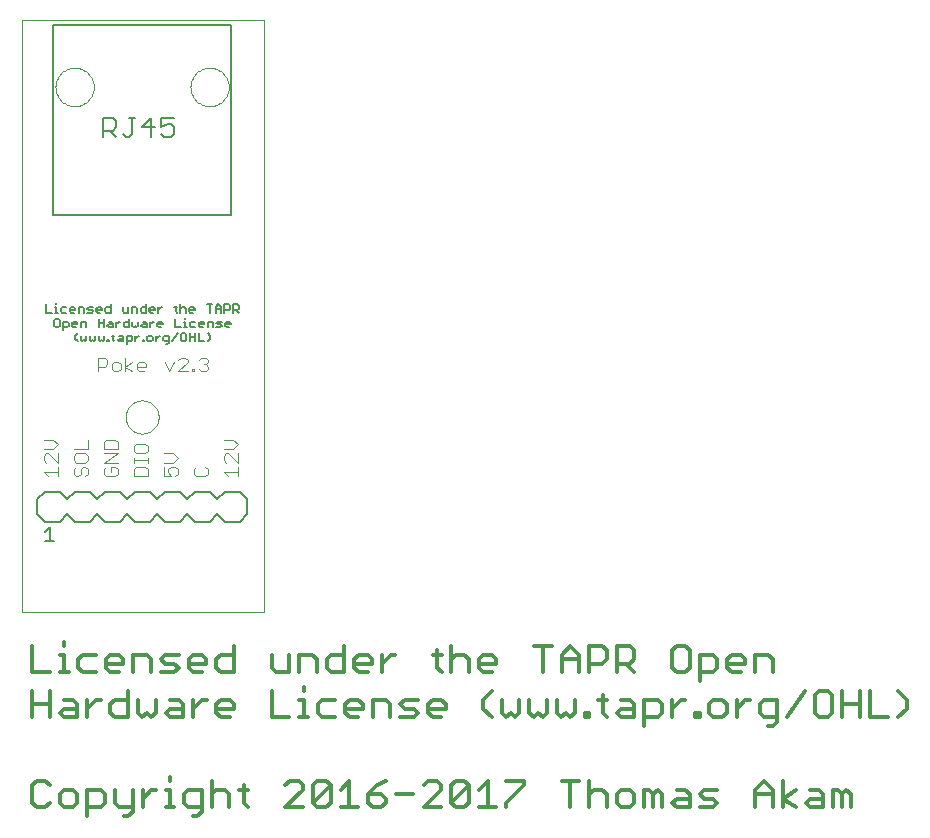
<source format=gto>
G75*
%MOIN*%
%OFA0B0*%
%FSLAX24Y24*%
%IPPOS*%
%LPD*%
%AMOC8*
5,1,8,0,0,1.08239X$1,22.5*
%
%ADD10C,0.0000*%
%ADD11C,0.0040*%
%ADD12C,0.0120*%
%ADD13C,0.0050*%
%ADD14C,0.0080*%
%ADD15C,0.0060*%
D10*
X000180Y007008D02*
X000180Y026744D01*
X008241Y026744D01*
X008241Y007008D01*
X000180Y007008D01*
X003629Y013508D02*
X003631Y013555D01*
X003637Y013601D01*
X003647Y013647D01*
X003660Y013692D01*
X003678Y013735D01*
X003699Y013777D01*
X003723Y013817D01*
X003751Y013854D01*
X003782Y013889D01*
X003816Y013922D01*
X003852Y013951D01*
X003891Y013977D01*
X003932Y014000D01*
X003975Y014019D01*
X004019Y014035D01*
X004064Y014047D01*
X004110Y014055D01*
X004157Y014059D01*
X004203Y014059D01*
X004250Y014055D01*
X004296Y014047D01*
X004341Y014035D01*
X004385Y014019D01*
X004428Y014000D01*
X004469Y013977D01*
X004508Y013951D01*
X004544Y013922D01*
X004578Y013889D01*
X004609Y013854D01*
X004637Y013817D01*
X004661Y013777D01*
X004682Y013735D01*
X004700Y013692D01*
X004713Y013647D01*
X004723Y013601D01*
X004729Y013555D01*
X004731Y013508D01*
X004729Y013461D01*
X004723Y013415D01*
X004713Y013369D01*
X004700Y013324D01*
X004682Y013281D01*
X004661Y013239D01*
X004637Y013199D01*
X004609Y013162D01*
X004578Y013127D01*
X004544Y013094D01*
X004508Y013065D01*
X004469Y013039D01*
X004428Y013016D01*
X004385Y012997D01*
X004341Y012981D01*
X004296Y012969D01*
X004250Y012961D01*
X004203Y012957D01*
X004157Y012957D01*
X004110Y012961D01*
X004064Y012969D01*
X004019Y012981D01*
X003975Y012997D01*
X003932Y013016D01*
X003891Y013039D01*
X003852Y013065D01*
X003816Y013094D01*
X003782Y013127D01*
X003751Y013162D01*
X003723Y013199D01*
X003699Y013239D01*
X003678Y013281D01*
X003660Y013324D01*
X003647Y013369D01*
X003637Y013415D01*
X003631Y013461D01*
X003629Y013508D01*
X001290Y024508D02*
X001292Y024558D01*
X001298Y024608D01*
X001308Y024657D01*
X001321Y024706D01*
X001339Y024753D01*
X001360Y024799D01*
X001384Y024842D01*
X001412Y024884D01*
X001443Y024924D01*
X001477Y024961D01*
X001514Y024995D01*
X001554Y025026D01*
X001596Y025054D01*
X001639Y025078D01*
X001685Y025099D01*
X001732Y025117D01*
X001781Y025130D01*
X001830Y025140D01*
X001880Y025146D01*
X001930Y025148D01*
X001980Y025146D01*
X002030Y025140D01*
X002079Y025130D01*
X002128Y025117D01*
X002175Y025099D01*
X002221Y025078D01*
X002264Y025054D01*
X002306Y025026D01*
X002346Y024995D01*
X002383Y024961D01*
X002417Y024924D01*
X002448Y024884D01*
X002476Y024842D01*
X002500Y024799D01*
X002521Y024753D01*
X002539Y024706D01*
X002552Y024657D01*
X002562Y024608D01*
X002568Y024558D01*
X002570Y024508D01*
X002568Y024458D01*
X002562Y024408D01*
X002552Y024359D01*
X002539Y024310D01*
X002521Y024263D01*
X002500Y024217D01*
X002476Y024174D01*
X002448Y024132D01*
X002417Y024092D01*
X002383Y024055D01*
X002346Y024021D01*
X002306Y023990D01*
X002264Y023962D01*
X002221Y023938D01*
X002175Y023917D01*
X002128Y023899D01*
X002079Y023886D01*
X002030Y023876D01*
X001980Y023870D01*
X001930Y023868D01*
X001880Y023870D01*
X001830Y023876D01*
X001781Y023886D01*
X001732Y023899D01*
X001685Y023917D01*
X001639Y023938D01*
X001596Y023962D01*
X001554Y023990D01*
X001514Y024021D01*
X001477Y024055D01*
X001443Y024092D01*
X001412Y024132D01*
X001384Y024174D01*
X001360Y024217D01*
X001339Y024263D01*
X001321Y024310D01*
X001308Y024359D01*
X001298Y024408D01*
X001292Y024458D01*
X001290Y024508D01*
X005790Y024508D02*
X005792Y024558D01*
X005798Y024608D01*
X005808Y024657D01*
X005821Y024706D01*
X005839Y024753D01*
X005860Y024799D01*
X005884Y024842D01*
X005912Y024884D01*
X005943Y024924D01*
X005977Y024961D01*
X006014Y024995D01*
X006054Y025026D01*
X006096Y025054D01*
X006139Y025078D01*
X006185Y025099D01*
X006232Y025117D01*
X006281Y025130D01*
X006330Y025140D01*
X006380Y025146D01*
X006430Y025148D01*
X006480Y025146D01*
X006530Y025140D01*
X006579Y025130D01*
X006628Y025117D01*
X006675Y025099D01*
X006721Y025078D01*
X006764Y025054D01*
X006806Y025026D01*
X006846Y024995D01*
X006883Y024961D01*
X006917Y024924D01*
X006948Y024884D01*
X006976Y024842D01*
X007000Y024799D01*
X007021Y024753D01*
X007039Y024706D01*
X007052Y024657D01*
X007062Y024608D01*
X007068Y024558D01*
X007070Y024508D01*
X007068Y024458D01*
X007062Y024408D01*
X007052Y024359D01*
X007039Y024310D01*
X007021Y024263D01*
X007000Y024217D01*
X006976Y024174D01*
X006948Y024132D01*
X006917Y024092D01*
X006883Y024055D01*
X006846Y024021D01*
X006806Y023990D01*
X006764Y023962D01*
X006721Y023938D01*
X006675Y023917D01*
X006628Y023899D01*
X006579Y023886D01*
X006530Y023876D01*
X006480Y023870D01*
X006430Y023868D01*
X006380Y023870D01*
X006330Y023876D01*
X006281Y023886D01*
X006232Y023899D01*
X006185Y023917D01*
X006139Y023938D01*
X006096Y023962D01*
X006054Y023990D01*
X006014Y024021D01*
X005977Y024055D01*
X005943Y024092D01*
X005912Y024132D01*
X005884Y024174D01*
X005860Y024217D01*
X005839Y024263D01*
X005821Y024310D01*
X005808Y024359D01*
X005798Y024408D01*
X005792Y024458D01*
X005790Y024508D01*
D11*
X005616Y015489D02*
X005462Y015489D01*
X005386Y015412D01*
X005232Y015335D02*
X005079Y015028D01*
X004925Y015335D01*
X005386Y015028D02*
X005693Y015335D01*
X005693Y015412D01*
X005616Y015489D01*
X005846Y015105D02*
X005923Y015105D01*
X005923Y015028D01*
X005846Y015028D01*
X005846Y015105D01*
X005693Y015028D02*
X005386Y015028D01*
X006076Y015105D02*
X006153Y015028D01*
X006306Y015028D01*
X006383Y015105D01*
X006383Y015182D01*
X006306Y015258D01*
X006230Y015258D01*
X006306Y015258D02*
X006383Y015335D01*
X006383Y015412D01*
X006306Y015489D01*
X006153Y015489D01*
X006076Y015412D01*
X004311Y015258D02*
X004311Y015182D01*
X004004Y015182D01*
X004004Y015258D02*
X004081Y015335D01*
X004235Y015335D01*
X004311Y015258D01*
X004235Y015028D02*
X004081Y015028D01*
X004004Y015105D01*
X004004Y015258D01*
X003851Y015335D02*
X003621Y015182D01*
X003851Y015028D01*
X003621Y015028D02*
X003621Y015489D01*
X003391Y015335D02*
X003237Y015335D01*
X003160Y015258D01*
X003160Y015105D01*
X003237Y015028D01*
X003391Y015028D01*
X003467Y015105D01*
X003467Y015258D01*
X003391Y015335D01*
X003007Y015258D02*
X002930Y015182D01*
X002700Y015182D01*
X002700Y015028D02*
X002700Y015489D01*
X002930Y015489D01*
X003007Y015412D01*
X003007Y015258D01*
X002976Y012756D02*
X002900Y012679D01*
X002900Y012449D01*
X003360Y012449D01*
X003360Y012679D01*
X003283Y012756D01*
X002976Y012756D01*
X002900Y012295D02*
X003360Y012295D01*
X002900Y011989D01*
X003360Y011989D01*
X003283Y011835D02*
X003360Y011758D01*
X003360Y011605D01*
X003283Y011528D01*
X002976Y011528D01*
X002900Y011605D01*
X002900Y011758D01*
X002976Y011835D01*
X003130Y011835D02*
X003130Y011682D01*
X003130Y011835D02*
X003283Y011835D01*
X003900Y011758D02*
X003900Y011528D01*
X004360Y011528D01*
X004360Y011758D01*
X004283Y011835D01*
X003976Y011835D01*
X003900Y011758D01*
X003900Y011989D02*
X003900Y012142D01*
X003900Y012065D02*
X004360Y012065D01*
X004360Y011989D02*
X004360Y012142D01*
X004283Y012295D02*
X004360Y012372D01*
X004360Y012526D01*
X004283Y012602D01*
X003976Y012602D01*
X003900Y012526D01*
X003900Y012372D01*
X003976Y012295D01*
X004283Y012295D01*
X004900Y012295D02*
X005207Y012295D01*
X005360Y012142D01*
X005207Y011989D01*
X004900Y011989D01*
X004900Y011835D02*
X004900Y011528D01*
X005130Y011528D01*
X005053Y011682D01*
X005053Y011758D01*
X005130Y011835D01*
X005283Y011835D01*
X005360Y011758D01*
X005360Y011605D01*
X005283Y011528D01*
X005900Y011605D02*
X005976Y011528D01*
X006283Y011528D01*
X006360Y011605D01*
X006360Y011758D01*
X006283Y011835D01*
X005976Y011835D02*
X005900Y011758D01*
X005900Y011605D01*
X006900Y011682D02*
X007360Y011682D01*
X007360Y011835D02*
X007360Y011528D01*
X007053Y011528D02*
X006900Y011682D01*
X006976Y011989D02*
X006900Y012065D01*
X006900Y012219D01*
X006976Y012295D01*
X007053Y012295D01*
X007360Y011989D01*
X007360Y012295D01*
X007207Y012449D02*
X007360Y012602D01*
X007207Y012756D01*
X006900Y012756D01*
X006900Y012449D02*
X007207Y012449D01*
X002360Y012449D02*
X002360Y012756D01*
X002360Y012449D02*
X001900Y012449D01*
X001976Y012295D02*
X001900Y012219D01*
X001900Y012065D01*
X001976Y011989D01*
X002283Y011989D01*
X002360Y012065D01*
X002360Y012219D01*
X002283Y012295D01*
X001976Y012295D01*
X001976Y011835D02*
X001900Y011758D01*
X001900Y011605D01*
X001976Y011528D01*
X002053Y011528D01*
X002130Y011605D01*
X002130Y011758D01*
X002207Y011835D01*
X002283Y011835D01*
X002360Y011758D01*
X002360Y011605D01*
X002283Y011528D01*
X001360Y011528D02*
X001360Y011835D01*
X001360Y011682D02*
X000900Y011682D01*
X001053Y011528D01*
X000976Y011989D02*
X000900Y012065D01*
X000900Y012219D01*
X000976Y012295D01*
X001053Y012295D01*
X001360Y011989D01*
X001360Y012295D01*
X001207Y012449D02*
X001360Y012602D01*
X001207Y012756D01*
X000900Y012756D01*
X000900Y012449D02*
X001207Y012449D01*
D12*
X000513Y000640D02*
X000660Y000493D01*
X000954Y000493D01*
X001100Y000640D01*
X001434Y000640D02*
X001434Y000934D01*
X001581Y001081D01*
X001874Y001081D01*
X002021Y000934D01*
X002021Y000640D01*
X001874Y000493D01*
X001581Y000493D01*
X001434Y000640D01*
X001100Y001227D02*
X000954Y001374D01*
X000660Y001374D01*
X000513Y001227D01*
X000513Y000640D01*
X002355Y000493D02*
X002795Y000493D01*
X002942Y000640D01*
X002942Y000934D01*
X002795Y001081D01*
X002355Y001081D01*
X002355Y000200D01*
X003276Y000640D02*
X003422Y000493D01*
X003863Y000493D01*
X003863Y000347D02*
X003716Y000200D01*
X003569Y000200D01*
X003863Y000347D02*
X003863Y001081D01*
X004196Y001081D02*
X004196Y000493D01*
X004196Y000787D02*
X004490Y001081D01*
X004637Y001081D01*
X004964Y001081D02*
X005110Y001081D01*
X005110Y000493D01*
X004964Y000493D02*
X005257Y000493D01*
X005578Y000640D02*
X005724Y000493D01*
X006165Y000493D01*
X006165Y000347D02*
X006165Y001081D01*
X005724Y001081D01*
X005578Y000934D01*
X005578Y000640D01*
X005871Y000200D02*
X006018Y000200D01*
X006165Y000347D01*
X006498Y000493D02*
X006498Y001374D01*
X006645Y001081D02*
X006939Y001081D01*
X007086Y000934D01*
X007086Y000493D01*
X007566Y000640D02*
X007713Y000493D01*
X007566Y000640D02*
X007566Y001227D01*
X007419Y001081D02*
X007713Y001081D01*
X006645Y001081D02*
X006498Y000934D01*
X005110Y001374D02*
X005110Y001521D01*
X003276Y001081D02*
X003276Y000640D01*
X003269Y003493D02*
X003122Y003640D01*
X003122Y003934D01*
X003269Y004081D01*
X003709Y004081D01*
X003709Y004374D02*
X003709Y003493D01*
X003269Y003493D01*
X002795Y004081D02*
X002648Y004081D01*
X002355Y003787D01*
X002355Y003493D02*
X002355Y004081D01*
X002021Y003934D02*
X002021Y003493D01*
X001581Y003493D01*
X001434Y003640D01*
X001581Y003787D01*
X002021Y003787D01*
X002021Y003934D02*
X001874Y004081D01*
X001581Y004081D01*
X001100Y003934D02*
X000513Y003934D01*
X000513Y004374D02*
X000513Y003493D01*
X001100Y003493D02*
X001100Y004374D01*
X001100Y004993D02*
X000513Y004993D01*
X000513Y005874D01*
X001434Y005581D02*
X001581Y005581D01*
X001581Y004993D01*
X001434Y004993D02*
X001728Y004993D01*
X002048Y005140D02*
X002195Y004993D01*
X002635Y004993D01*
X002969Y005140D02*
X002969Y005434D01*
X003115Y005581D01*
X003409Y005581D01*
X003556Y005434D01*
X003556Y005287D01*
X002969Y005287D01*
X002969Y005140D02*
X003115Y004993D01*
X003409Y004993D01*
X003889Y004993D02*
X003889Y005581D01*
X004330Y005581D01*
X004477Y005434D01*
X004477Y004993D01*
X004810Y004993D02*
X005251Y004993D01*
X005397Y005140D01*
X005251Y005287D01*
X004957Y005287D01*
X004810Y005434D01*
X004957Y005581D01*
X005397Y005581D01*
X005731Y005434D02*
X005731Y005140D01*
X005878Y004993D01*
X006171Y004993D01*
X006318Y005287D02*
X005731Y005287D01*
X005731Y005434D02*
X005878Y005581D01*
X006171Y005581D01*
X006318Y005434D01*
X006318Y005287D01*
X006652Y005434D02*
X006799Y005581D01*
X007239Y005581D01*
X007239Y005874D02*
X007239Y004993D01*
X006799Y004993D01*
X006652Y005140D01*
X006652Y005434D01*
X006799Y004081D02*
X007092Y004081D01*
X007239Y003934D01*
X007239Y003787D01*
X006652Y003787D01*
X006652Y003934D02*
X006799Y004081D01*
X006652Y003934D02*
X006652Y003640D01*
X006799Y003493D01*
X007092Y003493D01*
X006325Y004081D02*
X006178Y004081D01*
X005884Y003787D01*
X005884Y003493D02*
X005884Y004081D01*
X005551Y003934D02*
X005551Y003493D01*
X005110Y003493D01*
X004964Y003640D01*
X005110Y003787D01*
X005551Y003787D01*
X005551Y003934D02*
X005404Y004081D01*
X005110Y004081D01*
X004630Y004081D02*
X004630Y003640D01*
X004483Y003493D01*
X004336Y003640D01*
X004190Y003493D01*
X004043Y003640D01*
X004043Y004081D01*
X002635Y005581D02*
X002195Y005581D01*
X002048Y005434D01*
X002048Y005140D01*
X001581Y005874D02*
X001581Y006021D01*
X008493Y005581D02*
X008493Y005140D01*
X008640Y004993D01*
X009081Y004993D01*
X009081Y005581D01*
X009414Y005581D02*
X009414Y004993D01*
X010001Y004993D02*
X010001Y005434D01*
X009855Y005581D01*
X009414Y005581D01*
X010335Y005434D02*
X010335Y005140D01*
X010482Y004993D01*
X010922Y004993D01*
X010922Y005874D01*
X010922Y005581D02*
X010482Y005581D01*
X010335Y005434D01*
X011256Y005434D02*
X011256Y005140D01*
X011403Y004993D01*
X011696Y004993D01*
X011843Y005287D02*
X011256Y005287D01*
X011256Y005434D02*
X011403Y005581D01*
X011696Y005581D01*
X011843Y005434D01*
X011843Y005287D01*
X012177Y005287D02*
X012470Y005581D01*
X012617Y005581D01*
X012177Y005581D02*
X012177Y004993D01*
X012310Y004081D02*
X011870Y004081D01*
X011870Y003493D01*
X011536Y003787D02*
X010949Y003787D01*
X010949Y003934D02*
X011096Y004081D01*
X011389Y004081D01*
X011536Y003934D01*
X011536Y003787D01*
X011389Y003493D02*
X011096Y003493D01*
X010949Y003640D01*
X010949Y003934D01*
X010615Y004081D02*
X010175Y004081D01*
X010028Y003934D01*
X010028Y003640D01*
X010175Y003493D01*
X010615Y003493D01*
X009708Y003493D02*
X009414Y003493D01*
X009561Y003493D02*
X009561Y004081D01*
X009414Y004081D01*
X009561Y004374D02*
X009561Y004521D01*
X009081Y003493D02*
X008493Y003493D01*
X008493Y004374D01*
X009101Y001374D02*
X008954Y001227D01*
X009101Y001374D02*
X009394Y001374D01*
X009541Y001227D01*
X009541Y001081D01*
X008954Y000493D01*
X009541Y000493D01*
X009875Y000640D02*
X010462Y001227D01*
X010462Y000640D01*
X010315Y000493D01*
X010021Y000493D01*
X009875Y000640D01*
X009875Y001227D01*
X010021Y001374D01*
X010315Y001374D01*
X010462Y001227D01*
X010795Y001081D02*
X011089Y001374D01*
X011089Y000493D01*
X010795Y000493D02*
X011383Y000493D01*
X011716Y000640D02*
X011863Y000493D01*
X012157Y000493D01*
X012303Y000640D01*
X012303Y000787D01*
X012157Y000934D01*
X011716Y000934D01*
X011716Y000640D01*
X011716Y000934D02*
X012010Y001227D01*
X012303Y001374D01*
X012637Y000934D02*
X013224Y000934D01*
X013558Y001227D02*
X013704Y001374D01*
X013998Y001374D01*
X014145Y001227D01*
X014145Y001081D01*
X013558Y000493D01*
X014145Y000493D01*
X014478Y000640D02*
X015066Y001227D01*
X015066Y000640D01*
X014919Y000493D01*
X014625Y000493D01*
X014478Y000640D01*
X014478Y001227D01*
X014625Y001374D01*
X014919Y001374D01*
X015066Y001227D01*
X015399Y001081D02*
X015693Y001374D01*
X015693Y000493D01*
X015986Y000493D02*
X015399Y000493D01*
X016320Y000493D02*
X016320Y000640D01*
X016907Y001227D01*
X016907Y001374D01*
X016320Y001374D01*
X018162Y001374D02*
X018749Y001374D01*
X018455Y001374D02*
X018455Y000493D01*
X019082Y000493D02*
X019082Y001374D01*
X019229Y001081D02*
X019523Y001081D01*
X019670Y000934D01*
X019670Y000493D01*
X020003Y000640D02*
X020150Y000493D01*
X020444Y000493D01*
X020590Y000640D01*
X020590Y000934D01*
X020444Y001081D01*
X020150Y001081D01*
X020003Y000934D01*
X020003Y000640D01*
X019229Y001081D02*
X019082Y000934D01*
X020924Y001081D02*
X020924Y000493D01*
X021218Y000493D02*
X021218Y000934D01*
X021364Y001081D01*
X021511Y000934D01*
X021511Y000493D01*
X021845Y000640D02*
X021992Y000787D01*
X022432Y000787D01*
X022432Y000934D02*
X022432Y000493D01*
X021992Y000493D01*
X021845Y000640D01*
X021992Y001081D02*
X022285Y001081D01*
X022432Y000934D01*
X022766Y000934D02*
X022912Y000787D01*
X023206Y000787D01*
X023353Y000640D01*
X023206Y000493D01*
X022766Y000493D01*
X022766Y000934D02*
X022912Y001081D01*
X023353Y001081D01*
X024607Y001081D02*
X024607Y000493D01*
X024607Y000934D02*
X025194Y000934D01*
X025194Y001081D02*
X025194Y000493D01*
X025528Y000493D02*
X025528Y001374D01*
X025194Y001081D02*
X024901Y001374D01*
X024607Y001081D01*
X025528Y000787D02*
X025968Y001081D01*
X026442Y001081D02*
X026736Y001081D01*
X026882Y000934D01*
X026882Y000493D01*
X026442Y000493D01*
X026295Y000640D01*
X026442Y000787D01*
X026882Y000787D01*
X027216Y000493D02*
X027216Y001081D01*
X027363Y001081D01*
X027510Y000934D01*
X027656Y001081D01*
X027803Y000934D01*
X027803Y000493D01*
X027510Y000493D02*
X027510Y000934D01*
X025968Y000493D02*
X025528Y000787D01*
X025201Y003200D02*
X025054Y003200D01*
X025201Y003200D02*
X025348Y003347D01*
X025348Y004081D01*
X024907Y004081D01*
X024761Y003934D01*
X024761Y003640D01*
X024907Y003493D01*
X025348Y003493D01*
X025681Y003493D02*
X026269Y004374D01*
X026602Y004227D02*
X026602Y003640D01*
X026749Y003493D01*
X027043Y003493D01*
X027189Y003640D01*
X027189Y004227D01*
X027043Y004374D01*
X026749Y004374D01*
X026602Y004227D01*
X027523Y004374D02*
X027523Y003493D01*
X027523Y003934D02*
X028110Y003934D01*
X028110Y004374D02*
X028110Y003493D01*
X028444Y003493D02*
X029031Y003493D01*
X029365Y003493D02*
X029658Y003787D01*
X029658Y004081D01*
X029365Y004374D01*
X028444Y004374D02*
X028444Y003493D01*
X025194Y004993D02*
X025194Y005434D01*
X025048Y005581D01*
X024607Y005581D01*
X024607Y004993D01*
X024274Y005287D02*
X024274Y005434D01*
X024127Y005581D01*
X023833Y005581D01*
X023686Y005434D01*
X023686Y005140D01*
X023833Y004993D01*
X024127Y004993D01*
X024274Y005287D02*
X023686Y005287D01*
X023353Y005434D02*
X023353Y005140D01*
X023206Y004993D01*
X022766Y004993D01*
X022766Y004700D02*
X022766Y005581D01*
X023206Y005581D01*
X023353Y005434D01*
X022432Y005140D02*
X022432Y005727D01*
X022285Y005874D01*
X021992Y005874D01*
X021845Y005727D01*
X021845Y005140D01*
X021992Y004993D01*
X022285Y004993D01*
X022432Y005140D01*
X022285Y004081D02*
X022138Y004081D01*
X021845Y003787D01*
X021845Y003493D02*
X021845Y004081D01*
X021511Y003934D02*
X021511Y003640D01*
X021364Y003493D01*
X020924Y003493D01*
X020590Y003493D02*
X020590Y003934D01*
X020444Y004081D01*
X020150Y004081D01*
X020150Y003787D02*
X020590Y003787D01*
X020590Y003493D02*
X020150Y003493D01*
X020003Y003640D01*
X020150Y003787D01*
X019683Y004081D02*
X019389Y004081D01*
X019536Y004227D02*
X019536Y003640D01*
X019683Y003493D01*
X019076Y003493D02*
X018929Y003493D01*
X018929Y003640D01*
X019076Y003640D01*
X019076Y003493D01*
X018595Y003640D02*
X018595Y004081D01*
X018595Y003640D02*
X018449Y003493D01*
X018302Y003640D01*
X018155Y003493D01*
X018008Y003640D01*
X018008Y004081D01*
X017675Y004081D02*
X017675Y003640D01*
X017528Y003493D01*
X017381Y003640D01*
X017234Y003493D01*
X017087Y003640D01*
X017087Y004081D01*
X016754Y004081D02*
X016754Y003640D01*
X016607Y003493D01*
X016460Y003640D01*
X016313Y003493D01*
X016167Y003640D01*
X016167Y004081D01*
X015846Y004374D02*
X015553Y004081D01*
X015553Y003787D01*
X015846Y003493D01*
X015840Y004993D02*
X015546Y004993D01*
X015399Y005140D01*
X015399Y005434D01*
X015546Y005581D01*
X015840Y005581D01*
X015986Y005434D01*
X015986Y005287D01*
X015399Y005287D01*
X015066Y005434D02*
X015066Y004993D01*
X015066Y005434D02*
X014919Y005581D01*
X014625Y005581D01*
X014478Y005434D01*
X014158Y005581D02*
X013865Y005581D01*
X014011Y005727D02*
X014011Y005140D01*
X014158Y004993D01*
X014478Y004993D02*
X014478Y005874D01*
X014152Y004081D02*
X013858Y004081D01*
X013711Y003934D01*
X013711Y003640D01*
X013858Y003493D01*
X014152Y003493D01*
X014298Y003787D02*
X013711Y003787D01*
X013378Y003640D02*
X013231Y003787D01*
X012937Y003787D01*
X012790Y003934D01*
X012937Y004081D01*
X013378Y004081D01*
X013378Y003640D02*
X013231Y003493D01*
X012790Y003493D01*
X012457Y003493D02*
X012457Y003934D01*
X012310Y004081D01*
X014152Y004081D02*
X014298Y003934D01*
X014298Y003787D01*
X017241Y005874D02*
X017828Y005874D01*
X017534Y005874D02*
X017534Y004993D01*
X018162Y004993D02*
X018162Y005581D01*
X018455Y005874D01*
X018749Y005581D01*
X018749Y004993D01*
X019082Y004993D02*
X019082Y005874D01*
X019523Y005874D01*
X019670Y005727D01*
X019670Y005434D01*
X019523Y005287D01*
X019082Y005287D01*
X018749Y005434D02*
X018162Y005434D01*
X020003Y005287D02*
X020444Y005287D01*
X020590Y005434D01*
X020590Y005727D01*
X020444Y005874D01*
X020003Y005874D01*
X020003Y004993D01*
X020297Y005287D02*
X020590Y004993D01*
X020924Y004081D02*
X021364Y004081D01*
X021511Y003934D01*
X020924Y004081D02*
X020924Y003200D01*
X022612Y003493D02*
X022759Y003493D01*
X022759Y003640D01*
X022612Y003640D01*
X022612Y003493D01*
X023072Y003640D02*
X023219Y003493D01*
X023513Y003493D01*
X023660Y003640D01*
X023660Y003934D01*
X023513Y004081D01*
X023219Y004081D01*
X023072Y003934D01*
X023072Y003640D01*
X023993Y003493D02*
X023993Y004081D01*
X023993Y003787D02*
X024287Y004081D01*
X024434Y004081D01*
X021218Y000934D02*
X021071Y001081D01*
X020924Y001081D01*
D13*
X006359Y016028D02*
X006449Y016118D01*
X006449Y016209D01*
X006359Y016299D01*
X006359Y016508D02*
X006359Y016689D01*
X006494Y016689D01*
X006539Y016644D01*
X006539Y016508D01*
X006654Y016508D02*
X006789Y016508D01*
X006834Y016553D01*
X006789Y016598D01*
X006699Y016598D01*
X006654Y016644D01*
X006699Y016689D01*
X006834Y016689D01*
X006948Y016644D02*
X006993Y016689D01*
X007083Y016689D01*
X007128Y016644D01*
X007128Y016598D01*
X006948Y016598D01*
X006948Y016553D02*
X006948Y016644D01*
X006948Y016553D02*
X006993Y016508D01*
X007083Y016508D01*
X007218Y016988D02*
X007218Y017259D01*
X007354Y017259D01*
X007399Y017214D01*
X007399Y017124D01*
X007354Y017078D01*
X007218Y017078D01*
X007309Y017078D02*
X007399Y016988D01*
X007104Y017124D02*
X007104Y017214D01*
X007059Y017259D01*
X006924Y017259D01*
X006924Y016988D01*
X006924Y017078D02*
X007059Y017078D01*
X007104Y017124D01*
X006809Y017124D02*
X006629Y017124D01*
X006629Y017169D02*
X006719Y017259D01*
X006809Y017169D01*
X006809Y016988D01*
X006629Y016988D02*
X006629Y017169D01*
X006515Y017259D02*
X006334Y017259D01*
X006425Y017259D02*
X006425Y016988D01*
X006199Y016689D02*
X006245Y016644D01*
X006245Y016598D01*
X006064Y016598D01*
X006064Y016553D02*
X006064Y016644D01*
X006109Y016689D01*
X006199Y016689D01*
X006199Y016508D02*
X006109Y016508D01*
X006064Y016553D01*
X005950Y016508D02*
X005815Y016508D01*
X005770Y016553D01*
X005770Y016644D01*
X005815Y016689D01*
X005950Y016689D01*
X005880Y016988D02*
X005790Y016988D01*
X005745Y017033D01*
X005745Y017124D01*
X005790Y017169D01*
X005880Y017169D01*
X005925Y017124D01*
X005925Y017078D01*
X005745Y017078D01*
X005631Y017124D02*
X005631Y016988D01*
X005631Y017124D02*
X005586Y017169D01*
X005496Y017169D01*
X005451Y017124D01*
X005344Y017169D02*
X005254Y017169D01*
X005299Y017214D02*
X005299Y017033D01*
X005344Y016988D01*
X005451Y016988D02*
X005451Y017259D01*
X005618Y016824D02*
X005618Y016779D01*
X005618Y016689D02*
X005618Y016508D01*
X005573Y016508D02*
X005663Y016508D01*
X005618Y016689D02*
X005573Y016689D01*
X005459Y016508D02*
X005279Y016508D01*
X005279Y016779D01*
X004869Y016644D02*
X004869Y016598D01*
X004689Y016598D01*
X004689Y016553D02*
X004689Y016644D01*
X004734Y016689D01*
X004824Y016689D01*
X004869Y016644D01*
X004824Y016508D02*
X004734Y016508D01*
X004689Y016553D01*
X004579Y016689D02*
X004534Y016689D01*
X004444Y016598D01*
X004444Y016508D02*
X004444Y016689D01*
X004329Y016644D02*
X004329Y016508D01*
X004194Y016508D01*
X004149Y016553D01*
X004194Y016598D01*
X004329Y016598D01*
X004329Y016644D02*
X004284Y016689D01*
X004194Y016689D01*
X004035Y016689D02*
X004035Y016553D01*
X003990Y016508D01*
X003945Y016553D01*
X003900Y016508D01*
X003854Y016553D01*
X003854Y016689D01*
X003740Y016689D02*
X003605Y016689D01*
X003560Y016644D01*
X003560Y016553D01*
X003605Y016508D01*
X003740Y016508D01*
X003740Y016779D01*
X003715Y016988D02*
X003580Y016988D01*
X003535Y017033D01*
X003535Y017169D01*
X003715Y017169D02*
X003715Y016988D01*
X003830Y016988D02*
X003830Y017169D01*
X003965Y017169D01*
X004010Y017124D01*
X004010Y016988D01*
X004125Y017033D02*
X004125Y017124D01*
X004170Y017169D01*
X004305Y017169D01*
X004305Y017259D02*
X004305Y016988D01*
X004170Y016988D01*
X004125Y017033D01*
X004419Y017033D02*
X004419Y017124D01*
X004464Y017169D01*
X004554Y017169D01*
X004599Y017124D01*
X004599Y017078D01*
X004419Y017078D01*
X004419Y017033D02*
X004464Y016988D01*
X004554Y016988D01*
X004714Y016988D02*
X004714Y017169D01*
X004804Y017169D02*
X004849Y017169D01*
X004804Y017169D02*
X004714Y017078D01*
X004730Y016209D02*
X004775Y016209D01*
X004730Y016209D02*
X004640Y016118D01*
X004640Y016028D02*
X004640Y016209D01*
X004526Y016164D02*
X004526Y016073D01*
X004481Y016028D01*
X004391Y016028D01*
X004346Y016073D01*
X004346Y016164D01*
X004391Y016209D01*
X004481Y016209D01*
X004526Y016164D01*
X004243Y016073D02*
X004243Y016028D01*
X004198Y016028D01*
X004198Y016073D01*
X004243Y016073D01*
X004088Y016209D02*
X004043Y016209D01*
X003953Y016118D01*
X003953Y016028D02*
X003953Y016209D01*
X003838Y016164D02*
X003838Y016073D01*
X003793Y016028D01*
X003658Y016028D01*
X003658Y015938D02*
X003658Y016209D01*
X003793Y016209D01*
X003838Y016164D01*
X003544Y016164D02*
X003544Y016028D01*
X003408Y016028D01*
X003363Y016073D01*
X003408Y016118D01*
X003544Y016118D01*
X003544Y016164D02*
X003499Y016209D01*
X003408Y016209D01*
X003257Y016209D02*
X003167Y016209D01*
X003212Y016254D02*
X003212Y016073D01*
X003257Y016028D01*
X003065Y016028D02*
X003020Y016028D01*
X003020Y016073D01*
X003065Y016073D01*
X003065Y016028D01*
X002905Y016073D02*
X002905Y016209D01*
X002905Y016073D02*
X002860Y016028D01*
X002815Y016073D01*
X002770Y016028D01*
X002725Y016073D01*
X002725Y016209D01*
X002610Y016209D02*
X002610Y016073D01*
X002565Y016028D01*
X002520Y016073D01*
X002475Y016028D01*
X002430Y016073D01*
X002430Y016209D01*
X002316Y016209D02*
X002316Y016073D01*
X002271Y016028D01*
X002226Y016073D01*
X002181Y016028D01*
X002136Y016073D01*
X002136Y016209D01*
X002029Y016299D02*
X001939Y016209D01*
X001939Y016118D01*
X002029Y016028D01*
X001976Y016508D02*
X001886Y016508D01*
X001841Y016553D01*
X001841Y016644D01*
X001886Y016689D01*
X001976Y016689D01*
X002021Y016644D01*
X002021Y016598D01*
X001841Y016598D01*
X001727Y016644D02*
X001727Y016553D01*
X001682Y016508D01*
X001546Y016508D01*
X001546Y016418D02*
X001546Y016689D01*
X001682Y016689D01*
X001727Y016644D01*
X001432Y016553D02*
X001432Y016734D01*
X001387Y016779D01*
X001297Y016779D01*
X001252Y016734D01*
X001252Y016553D01*
X001297Y016508D01*
X001387Y016508D01*
X001432Y016553D01*
X001366Y016988D02*
X001276Y016988D01*
X001321Y016988D02*
X001321Y017169D01*
X001276Y017169D01*
X001321Y017259D02*
X001321Y017304D01*
X001473Y017124D02*
X001473Y017033D01*
X001518Y016988D01*
X001653Y016988D01*
X001767Y017033D02*
X001767Y017124D01*
X001812Y017169D01*
X001902Y017169D01*
X001948Y017124D01*
X001948Y017078D01*
X001767Y017078D01*
X001767Y017033D02*
X001812Y016988D01*
X001902Y016988D01*
X002062Y016988D02*
X002062Y017169D01*
X002197Y017169D01*
X002242Y017124D01*
X002242Y016988D01*
X002357Y016988D02*
X002492Y016988D01*
X002537Y017033D01*
X002492Y017078D01*
X002402Y017078D01*
X002357Y017124D01*
X002402Y017169D01*
X002537Y017169D01*
X002651Y017124D02*
X002696Y017169D01*
X002786Y017169D01*
X002831Y017124D01*
X002831Y017078D01*
X002651Y017078D01*
X002651Y017033D02*
X002651Y017124D01*
X002651Y017033D02*
X002696Y016988D01*
X002786Y016988D01*
X002946Y017033D02*
X002946Y017124D01*
X002991Y017169D01*
X003126Y017169D01*
X003126Y017259D02*
X003126Y016988D01*
X002991Y016988D01*
X002946Y017033D01*
X002905Y016779D02*
X002905Y016508D01*
X003020Y016553D02*
X003065Y016598D01*
X003200Y016598D01*
X003200Y016644D02*
X003200Y016508D01*
X003065Y016508D01*
X003020Y016553D01*
X003065Y016689D02*
X003155Y016689D01*
X003200Y016644D01*
X003314Y016689D02*
X003314Y016508D01*
X003314Y016598D02*
X003404Y016689D01*
X003449Y016689D01*
X002905Y016644D02*
X002725Y016644D01*
X002725Y016779D02*
X002725Y016508D01*
X002316Y016508D02*
X002316Y016644D01*
X002271Y016689D01*
X002136Y016689D01*
X002136Y016508D01*
X001653Y017169D02*
X001518Y017169D01*
X001473Y017124D01*
X001162Y016988D02*
X000982Y016988D01*
X000982Y017259D01*
X004886Y016164D02*
X004886Y016073D01*
X004931Y016028D01*
X005066Y016028D01*
X005066Y015983D02*
X005066Y016209D01*
X004931Y016209D01*
X004886Y016164D01*
X004976Y015938D02*
X005021Y015938D01*
X005066Y015983D01*
X005180Y016028D02*
X005361Y016299D01*
X005475Y016254D02*
X005475Y016073D01*
X005520Y016028D01*
X005610Y016028D01*
X005655Y016073D01*
X005655Y016254D01*
X005610Y016299D01*
X005520Y016299D01*
X005475Y016254D01*
X005770Y016299D02*
X005770Y016028D01*
X005770Y016164D02*
X005950Y016164D01*
X005950Y016299D02*
X005950Y016028D01*
X006064Y016028D02*
X006245Y016028D01*
X006064Y016028D02*
X006064Y016299D01*
X001105Y009834D02*
X001105Y009383D01*
X000955Y009383D02*
X001255Y009383D01*
X000955Y009683D02*
X001105Y009834D01*
D14*
X001217Y020249D02*
X001217Y026572D01*
X007143Y026572D01*
X007143Y020249D01*
X001217Y020249D01*
D15*
X002882Y022838D02*
X002882Y023479D01*
X003202Y023479D01*
X003309Y023372D01*
X003309Y023158D01*
X003202Y023052D01*
X002882Y023052D01*
X003095Y023052D02*
X003309Y022838D01*
X003526Y022945D02*
X003633Y022838D01*
X003740Y022838D01*
X003847Y022945D01*
X003847Y023479D01*
X003953Y023479D02*
X003740Y023479D01*
X004171Y023158D02*
X004598Y023158D01*
X004815Y023158D02*
X005029Y023265D01*
X005136Y023265D01*
X005242Y023158D01*
X005242Y022945D01*
X005136Y022838D01*
X004922Y022838D01*
X004815Y022945D01*
X004815Y023158D02*
X004815Y023479D01*
X005242Y023479D01*
X004491Y023479D02*
X004491Y022838D01*
X004171Y023158D02*
X004491Y023479D01*
X004430Y011008D02*
X003930Y011008D01*
X003680Y010758D01*
X003430Y011008D01*
X002930Y011008D01*
X002680Y010758D01*
X002430Y011008D01*
X001930Y011008D01*
X001680Y010758D01*
X001430Y011008D01*
X000930Y011008D01*
X000680Y010758D01*
X000680Y010258D01*
X000930Y010008D01*
X001430Y010008D01*
X001680Y010258D01*
X001930Y010008D01*
X002430Y010008D01*
X002680Y010258D01*
X002930Y010008D01*
X003430Y010008D01*
X003680Y010258D01*
X003930Y010008D01*
X004430Y010008D01*
X004680Y010258D01*
X004930Y010008D01*
X005430Y010008D01*
X005680Y010258D01*
X005930Y010008D01*
X006430Y010008D01*
X006680Y010258D01*
X006930Y010008D01*
X007430Y010008D01*
X007680Y010258D01*
X007680Y010758D01*
X007430Y011008D01*
X006930Y011008D01*
X006680Y010758D01*
X006430Y011008D01*
X005930Y011008D01*
X005680Y010758D01*
X005430Y011008D01*
X004930Y011008D01*
X004680Y010758D01*
X004430Y011008D01*
M02*

</source>
